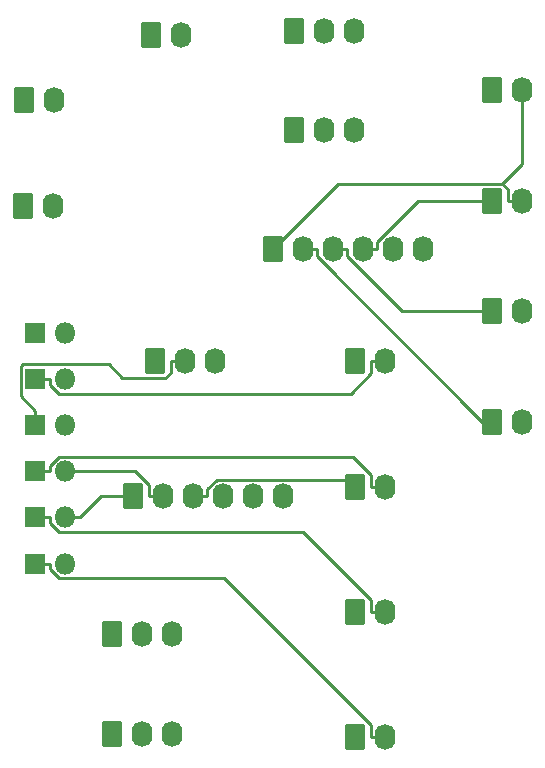
<source format=gbr>
%TF.GenerationSoftware,KiCad,Pcbnew,7.0.9*%
%TF.CreationDate,2023-12-03T08:09:49+10:00*%
%TF.ProjectId,SAS,5341532e-6b69-4636-9164-5f7063625858,rev?*%
%TF.SameCoordinates,Original*%
%TF.FileFunction,Copper,L2,Bot*%
%TF.FilePolarity,Positive*%
%FSLAX46Y46*%
G04 Gerber Fmt 4.6, Leading zero omitted, Abs format (unit mm)*
G04 Created by KiCad (PCBNEW 7.0.9) date 2023-12-03 08:09:49*
%MOMM*%
%LPD*%
G01*
G04 APERTURE LIST*
G04 Aperture macros list*
%AMRoundRect*
0 Rectangle with rounded corners*
0 $1 Rounding radius*
0 $2 $3 $4 $5 $6 $7 $8 $9 X,Y pos of 4 corners*
0 Add a 4 corners polygon primitive as box body*
4,1,4,$2,$3,$4,$5,$6,$7,$8,$9,$2,$3,0*
0 Add four circle primitives for the rounded corners*
1,1,$1+$1,$2,$3*
1,1,$1+$1,$4,$5*
1,1,$1+$1,$6,$7*
1,1,$1+$1,$8,$9*
0 Add four rect primitives between the rounded corners*
20,1,$1+$1,$2,$3,$4,$5,0*
20,1,$1+$1,$4,$5,$6,$7,0*
20,1,$1+$1,$6,$7,$8,$9,0*
20,1,$1+$1,$8,$9,$2,$3,0*%
G04 Aperture macros list end*
%TA.AperFunction,ComponentPad*%
%ADD10R,1.800000X1.800000*%
%TD*%
%TA.AperFunction,ComponentPad*%
%ADD11O,1.800000X1.800000*%
%TD*%
%TA.AperFunction,ComponentPad*%
%ADD12RoundRect,0.250000X-0.620000X-0.845000X0.620000X-0.845000X0.620000X0.845000X-0.620000X0.845000X0*%
%TD*%
%TA.AperFunction,ComponentPad*%
%ADD13O,1.740000X2.190000*%
%TD*%
%TA.AperFunction,Conductor*%
%ADD14C,0.250000*%
%TD*%
G04 APERTURE END LIST*
D10*
%TO.P,D11,1,K*%
%TO.N,Net-(D11-K)*%
X111415000Y-74880000D03*
D11*
%TO.P,D11,2,A*%
%TO.N,/COL10*%
X113955000Y-74880000D03*
%TD*%
D10*
%TO.P,D10,1,K*%
%TO.N,Net-(D10-K)*%
X111415000Y-78786000D03*
D11*
%TO.P,D10,2,A*%
%TO.N,/COL10*%
X113955000Y-78786000D03*
%TD*%
D10*
%TO.P,D6,1,K*%
%TO.N,Net-(D6-K)*%
X111415000Y-86598000D03*
D11*
%TO.P,D6,2,A*%
%TO.N,/COL10*%
X113955000Y-86598000D03*
%TD*%
D10*
%TO.P,D4,1,K*%
%TO.N,Net-(D4-K)*%
X111415000Y-90504000D03*
D11*
%TO.P,D4,2,A*%
%TO.N,/COL9*%
X113955000Y-90504000D03*
%TD*%
D10*
%TO.P,D2,1,K*%
%TO.N,Net-(D2-K)*%
X111415000Y-94410000D03*
D11*
%TO.P,D2,2,A*%
%TO.N,/COL9*%
X113955000Y-94410000D03*
%TD*%
D12*
%TO.P,J7,1,Pin_1*%
%TO.N,Net-(J4-Pin_1)*%
X133300000Y-49290000D03*
D13*
%TO.P,J7,2,Pin_2*%
%TO.N,Net-(J4-Pin_2)*%
X135840000Y-49290000D03*
%TO.P,J7,3,Pin_3*%
%TO.N,Net-(J4-Pin_3)*%
X138380000Y-49290000D03*
%TD*%
%TO.P,SW1,3,3*%
%TO.N,/ROW3*%
X126620000Y-77270000D03*
%TO.P,SW1,2,2*%
%TO.N,Net-(D12-K)*%
X124080000Y-77270000D03*
D12*
%TO.P,SW1,1,1*%
%TO.N,/ROW2*%
X121540000Y-77270000D03*
%TD*%
D13*
%TO.P,RV1,3,3*%
%TO.N,/ANALOG_GND*%
X122990000Y-100360000D03*
%TO.P,RV1,2,2*%
%TO.N,/YAW_TRIM*%
X120450000Y-100360000D03*
D12*
%TO.P,RV1,1,1*%
%TO.N,/ANALOG_5V*%
X117910000Y-100360000D03*
%TD*%
D13*
%TO.P,J6,6,Pin_6*%
%TO.N,/ROW3*%
X132360000Y-88720000D03*
%TO.P,J6,5,Pin_5*%
%TO.N,/ROW2*%
X129820000Y-88720000D03*
%TO.P,J6,4,Pin_4*%
%TO.N,/ROW1*%
X127280000Y-88720000D03*
%TO.P,J6,3,Pin_3*%
%TO.N,/ROW0*%
X124740000Y-88720000D03*
%TO.P,J6,2,Pin_2*%
%TO.N,/COL10*%
X122200000Y-88720000D03*
D12*
%TO.P,J6,1,Pin_1*%
%TO.N,/COL9*%
X119660000Y-88720000D03*
%TD*%
D13*
%TO.P,J5,3,Pin_3*%
%TO.N,/ANALOG_GND*%
X122990000Y-108810000D03*
%TO.P,J5,2,Pin_2*%
%TO.N,/YAW_TRIM*%
X120450000Y-108810000D03*
D12*
%TO.P,J5,1,Pin_1*%
%TO.N,/ANALOG_5V*%
X117910000Y-108810000D03*
%TD*%
D13*
%TO.P,J4,3,Pin_3*%
%TO.N,Net-(J4-Pin_3)*%
X138380000Y-57670000D03*
%TO.P,J4,2,Pin_2*%
%TO.N,Net-(J4-Pin_2)*%
X135840000Y-57670000D03*
D12*
%TO.P,J4,1,Pin_1*%
%TO.N,Net-(J4-Pin_1)*%
X133300000Y-57670000D03*
%TD*%
D13*
%TO.P,J3,6,Pin_6*%
%TO.N,unconnected-(J3-Pin_6-Pad6)*%
X144210000Y-67790000D03*
%TO.P,J3,5,Pin_5*%
%TO.N,/COIL_R_PITCH*%
X141670000Y-67790000D03*
%TO.P,J3,4,Pin_4*%
%TO.N,/COIL_L_PITCH*%
X139130000Y-67790000D03*
%TO.P,J3,3,Pin_3*%
%TO.N,/COIL_R_YAW*%
X136590000Y-67790000D03*
%TO.P,J3,2,Pin_2*%
%TO.N,/COIL_L_YAW*%
X134050000Y-67790000D03*
D12*
%TO.P,J3,1,Pin_1*%
%TO.N,/COIL_28V*%
X131510000Y-67790000D03*
%TD*%
D13*
%TO.P,J2,2,Pin_2*%
%TO.N,Net-(J1-Pin_2)*%
X112930000Y-64110000D03*
D12*
%TO.P,J2,1,Pin_1*%
%TO.N,Net-(J1-Pin_1)*%
X110390000Y-64110000D03*
%TD*%
D13*
%TO.P,J1,2,Pin_2*%
%TO.N,Net-(J1-Pin_2)*%
X112990000Y-55170000D03*
D12*
%TO.P,J1,1,Pin_1*%
%TO.N,Net-(J1-Pin_1)*%
X110450000Y-55170000D03*
%TD*%
D11*
%TO.P,D12,2,A*%
%TO.N,/COL9*%
X113955000Y-82692000D03*
D10*
%TO.P,D12,1,K*%
%TO.N,Net-(D12-K)*%
X111415000Y-82692000D03*
%TD*%
D12*
%TO.P,SW2,1,1*%
%TO.N,Net-(D11-K)*%
X121210000Y-49630000D03*
D13*
%TO.P,SW2,2,2*%
%TO.N,/ROW2*%
X123750000Y-49630000D03*
%TD*%
D12*
%TO.P,J18,1,Pin_1*%
%TO.N,/COIL_R_PITCH*%
X150060000Y-54300000D03*
D13*
%TO.P,J18,2,Pin_2*%
%TO.N,/COIL_28V*%
X152600000Y-54300000D03*
%TD*%
D12*
%TO.P,J17,1,Pin_1*%
%TO.N,/COIL_L_PITCH*%
X150060000Y-63670000D03*
D13*
%TO.P,J17,2,Pin_2*%
%TO.N,/COIL_28V*%
X152600000Y-63670000D03*
%TD*%
D12*
%TO.P,J16,1,Pin_1*%
%TO.N,/ROW1*%
X138510000Y-98476700D03*
D13*
%TO.P,J16,2,Pin_2*%
%TO.N,Net-(D4-K)*%
X141050000Y-98476700D03*
%TD*%
D12*
%TO.P,J15,1,Pin_1*%
%TO.N,/COIL_R_YAW*%
X150060000Y-73040000D03*
D13*
%TO.P,J15,2,Pin_2*%
%TO.N,/COIL_28V*%
X152600000Y-73040000D03*
%TD*%
D12*
%TO.P,J14,1,Pin_1*%
%TO.N,/ROW1*%
X138510000Y-77290000D03*
D13*
%TO.P,J14,2,Pin_2*%
%TO.N,Net-(D10-K)*%
X141050000Y-77290000D03*
%TD*%
D12*
%TO.P,J11,1,Pin_1*%
%TO.N,/ROW0*%
X138510000Y-87883300D03*
D13*
%TO.P,J11,2,Pin_2*%
%TO.N,Net-(D6-K)*%
X141050000Y-87883300D03*
%TD*%
D12*
%TO.P,J10,1,Pin_1*%
%TO.N,/COIL_L_YAW*%
X150060000Y-82410000D03*
D13*
%TO.P,J10,2,Pin_2*%
%TO.N,/COIL_28V*%
X152600000Y-82410000D03*
%TD*%
D12*
%TO.P,J8,1,Pin_1*%
%TO.N,/ROW0*%
X138510000Y-109070000D03*
D13*
%TO.P,J8,2,Pin_2*%
%TO.N,Net-(D2-K)*%
X141050000Y-109070000D03*
%TD*%
D14*
%TO.N,Net-(D12-K)*%
X122884700Y-78241200D02*
X122884700Y-77270000D01*
X122428300Y-78697600D02*
X122884700Y-78241200D01*
X118766000Y-78697600D02*
X122428300Y-78697600D01*
X117615200Y-77546800D02*
X118766000Y-78697600D01*
X110342500Y-77546800D02*
X117615200Y-77546800D01*
X110189600Y-77699700D02*
X110342500Y-77546800D01*
X110189600Y-80241300D02*
X110189600Y-77699700D01*
X111415000Y-81466700D02*
X110189600Y-80241300D01*
X111415000Y-82692000D02*
X111415000Y-81466700D01*
X124080000Y-77270000D02*
X122884700Y-77270000D01*
%TO.N,/ROW0*%
X125935300Y-88122300D02*
X125935300Y-88720000D01*
X126758100Y-87299500D02*
X125935300Y-88122300D01*
X137926200Y-87299500D02*
X126758100Y-87299500D01*
X138510000Y-87883300D02*
X137926200Y-87299500D01*
X124740000Y-88720000D02*
X125935300Y-88720000D01*
%TO.N,Net-(D10-K)*%
X112640300Y-79245600D02*
X112640300Y-78786000D01*
X113406000Y-80011300D02*
X112640300Y-79245600D01*
X138104600Y-80011300D02*
X113406000Y-80011300D01*
X139854700Y-78261200D02*
X138104600Y-80011300D01*
X139854700Y-77290000D02*
X139854700Y-78261200D01*
X141050000Y-77290000D02*
X139854700Y-77290000D01*
X111415000Y-78786000D02*
X112640300Y-78786000D01*
%TO.N,/COL10*%
X119853900Y-86598000D02*
X113955000Y-86598000D01*
X121004700Y-87748800D02*
X119853900Y-86598000D01*
X121004700Y-88720000D02*
X121004700Y-87748800D01*
X122200000Y-88720000D02*
X121004700Y-88720000D01*
%TO.N,Net-(D6-K)*%
X112640300Y-86138400D02*
X112640300Y-86598000D01*
X113406000Y-85372700D02*
X112640300Y-86138400D01*
X138315300Y-85372700D02*
X113406000Y-85372700D01*
X139854700Y-86912100D02*
X138315300Y-85372700D01*
X139854700Y-87883300D02*
X139854700Y-86912100D01*
X141050000Y-87883300D02*
X139854700Y-87883300D01*
X111415000Y-86598000D02*
X112640300Y-86598000D01*
%TO.N,/COIL_L_PITCH*%
X140325300Y-67192300D02*
X140325300Y-67790000D01*
X143847600Y-63670000D02*
X140325300Y-67192300D01*
X150060000Y-63670000D02*
X143847600Y-63670000D01*
X139130000Y-67790000D02*
X140325300Y-67790000D01*
%TO.N,Net-(D4-K)*%
X112640300Y-90963600D02*
X112640300Y-90504000D01*
X113406000Y-91729300D02*
X112640300Y-90963600D01*
X134078500Y-91729300D02*
X113406000Y-91729300D01*
X139854700Y-97505500D02*
X134078500Y-91729300D01*
X139854700Y-98476700D02*
X139854700Y-97505500D01*
X141050000Y-98476700D02*
X139854700Y-98476700D01*
X111415000Y-90504000D02*
X112640300Y-90504000D01*
%TO.N,/COIL_R_YAW*%
X137785300Y-68387700D02*
X137785300Y-67790000D01*
X142437600Y-73040000D02*
X137785300Y-68387700D01*
X150060000Y-73040000D02*
X142437600Y-73040000D01*
X136590000Y-67790000D02*
X137785300Y-67790000D01*
%TO.N,/COL9*%
X116964300Y-88720000D02*
X115180300Y-90504000D01*
X119660000Y-88720000D02*
X116964300Y-88720000D01*
X113955000Y-90504000D02*
X115180300Y-90504000D01*
%TO.N,Net-(D2-K)*%
X112640300Y-94869600D02*
X112640300Y-94410000D01*
X113406000Y-95635300D02*
X112640300Y-94869600D01*
X127391200Y-95635300D02*
X113406000Y-95635300D01*
X139854700Y-108098800D02*
X127391200Y-95635300D01*
X139854700Y-109070000D02*
X139854700Y-108098800D01*
X141050000Y-109070000D02*
X139854700Y-109070000D01*
X111415000Y-94410000D02*
X112640300Y-94410000D01*
%TO.N,/COIL_L_YAW*%
X135245300Y-68387600D02*
X135245300Y-67790000D01*
X149267700Y-82410000D02*
X135245300Y-68387600D01*
X150060000Y-82410000D02*
X149267700Y-82410000D01*
X134050000Y-67790000D02*
X135245300Y-67790000D01*
%TO.N,/COIL_28V*%
X152600000Y-63670000D02*
X151404700Y-63670000D01*
X152600000Y-60584300D02*
X152600000Y-54300000D01*
X150945100Y-62239200D02*
X152600000Y-60584300D01*
X151404700Y-62698800D02*
X150945100Y-62239200D01*
X151404700Y-63670000D02*
X151404700Y-62698800D01*
X137060800Y-62239200D02*
X131510000Y-67790000D01*
X150945100Y-62239200D02*
X137060800Y-62239200D01*
%TD*%
M02*

</source>
